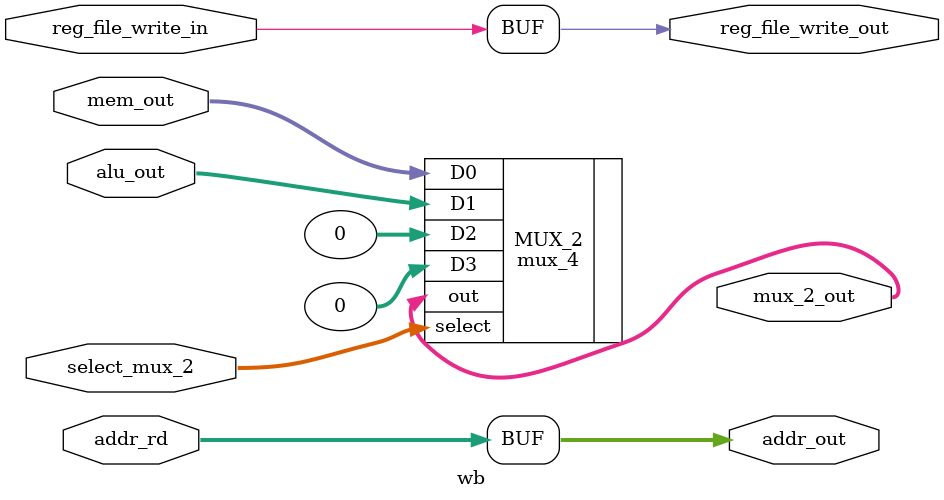
<source format=v>
module wb (
    input wire reg_file_write_in,
    input  wire [4:0] addr_rd,   // 5-bit input
    input  wire [1:0] select_mux_2, // Select input for mux_4
    input  wire [31:0] mem_out,  // 32-bit input to mux_4
    input  wire [31:0] alu_out,  // 32-bit input to mux_4
    output wire [31:0] mux_2_out, // 32-bit output from mux_4
    output wire [4:0] addr_out,   // 5-bit output (same as addr_rd)
    output wire reg_file_write_out
);

    assign addr_out = addr_rd;
    assign reg_file_write_out = reg_file_write_in;

    // Instantiate mux_4
    mux_4 MUX_2 (
        .select (select_mux_2),
        .D0     (mem_out),
        .D1     (alu_out),
        .D2     (32'b0),       // Unused inputs are tied to 0
        .D3     (32'b0),       // Unused inputs are tied to 0
        .out    (mux_2_out)
    );

endmodule

</source>
